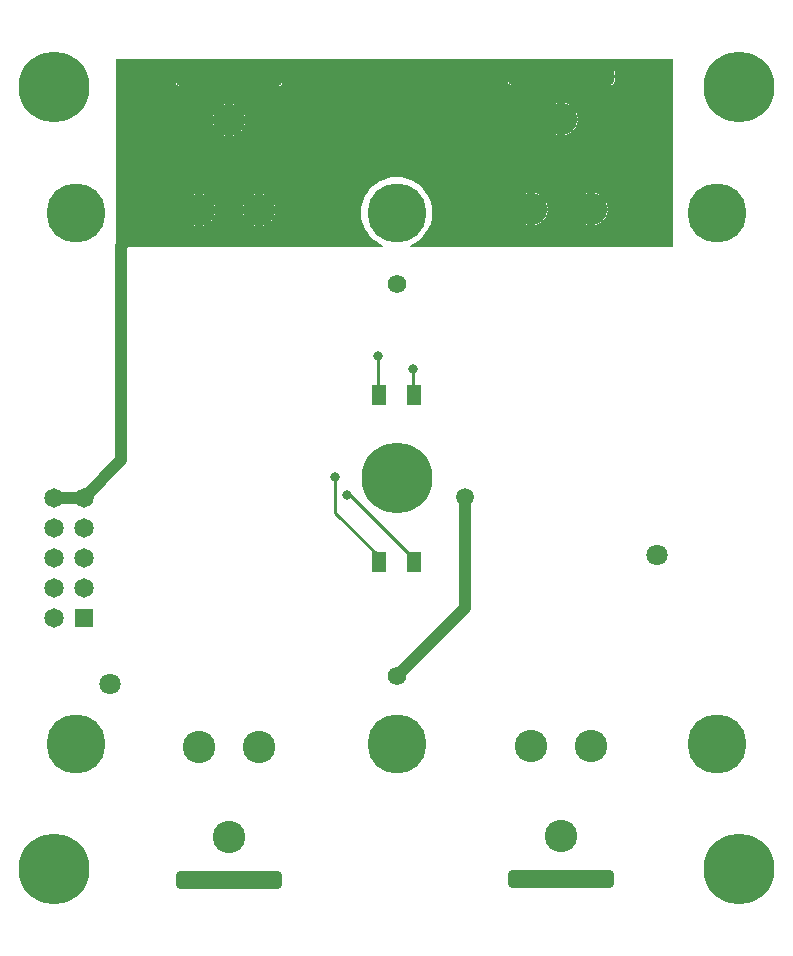
<source format=gbl>
G04*
G04 #@! TF.GenerationSoftware,Altium Limited,Altium Designer,18.1.7 (191)*
G04*
G04 Layer_Physical_Order=2*
G04 Layer_Color=16711680*
%FSLAX25Y25*%
%MOIN*%
G70*
G01*
G75*
%ADD10C,0.01000*%
%ADD27C,0.04000*%
%ADD28C,0.10827*%
G04:AMPARAMS|DCode=29|XSize=354.33mil|YSize=60mil|CornerRadius=15mil|HoleSize=0mil|Usage=FLASHONLY|Rotation=180.000|XOffset=0mil|YOffset=0mil|HoleType=Round|Shape=RoundedRectangle|*
%AMROUNDEDRECTD29*
21,1,0.35433,0.03000,0,0,180.0*
21,1,0.32433,0.06000,0,0,180.0*
1,1,0.03000,-0.16217,0.01500*
1,1,0.03000,0.16217,0.01500*
1,1,0.03000,0.16217,-0.01500*
1,1,0.03000,-0.16217,-0.01500*
%
%ADD29ROUNDEDRECTD29*%
%ADD30C,0.07087*%
%ADD31C,0.06496*%
%ADD32R,0.06496X0.06496*%
%ADD33C,0.06201*%
%ADD34C,0.19685*%
%ADD35C,0.23622*%
%ADD36C,0.05906*%
%ADD37C,0.03150*%
%ADD38R,0.04528X0.07087*%
G36*
X217400Y281200D02*
X217400Y218705D01*
X217046Y218352D01*
X129886Y218399D01*
X129787Y218899D01*
X130793Y219316D01*
X132382Y220290D01*
X133800Y221500D01*
X135010Y222918D01*
X135984Y224507D01*
X136698Y226229D01*
X137133Y228042D01*
X137279Y229900D01*
X137133Y231758D01*
X136698Y233571D01*
X135984Y235293D01*
X135010Y236882D01*
X133800Y238300D01*
X132382Y239510D01*
X130793Y240484D01*
X129071Y241198D01*
X127258Y241633D01*
X125400Y241779D01*
X123542Y241633D01*
X121729Y241198D01*
X120007Y240484D01*
X118418Y239510D01*
X117000Y238300D01*
X115790Y236882D01*
X114816Y235293D01*
X114102Y233571D01*
X113667Y231758D01*
X113521Y229900D01*
X113667Y228042D01*
X114102Y226229D01*
X114816Y224507D01*
X115790Y222918D01*
X117000Y221500D01*
X118418Y220290D01*
X120007Y219316D01*
X121002Y218903D01*
X120903Y218404D01*
X31700Y218451D01*
X31700Y281200D01*
X217400Y281200D01*
D02*
G37*
%LPC*%
G36*
X196517Y278331D02*
X180800D01*
Y275802D01*
X198046D01*
Y276802D01*
X197930Y277387D01*
X197598Y277883D01*
X197102Y278215D01*
X196517Y278331D01*
D02*
G37*
G36*
X179800D02*
X164083D01*
X163498Y278215D01*
X163002Y277883D01*
X162671Y277387D01*
X162554Y276802D01*
Y275802D01*
X179800D01*
Y278331D01*
D02*
G37*
G36*
X85817Y277991D02*
X70100D01*
Y275461D01*
X87346D01*
Y276461D01*
X87230Y277047D01*
X86898Y277543D01*
X86402Y277874D01*
X85817Y277991D01*
D02*
G37*
G36*
X69100D02*
X53383D01*
X52798Y277874D01*
X52302Y277543D01*
X51970Y277047D01*
X51854Y276461D01*
Y275461D01*
X69100D01*
Y277991D01*
D02*
G37*
G36*
X198046Y274802D02*
X180800D01*
Y272272D01*
X196517D01*
X197102Y272389D01*
X197598Y272720D01*
X197930Y273216D01*
X198046Y273802D01*
Y274802D01*
D02*
G37*
G36*
X179800D02*
X162554D01*
Y273802D01*
X162671Y273216D01*
X163002Y272720D01*
X163498Y272389D01*
X164083Y272272D01*
X179800D01*
Y274802D01*
D02*
G37*
G36*
X87346Y274461D02*
X70100D01*
Y271932D01*
X85817D01*
X86402Y272048D01*
X86898Y272380D01*
X87230Y272876D01*
X87346Y273461D01*
Y274461D01*
D02*
G37*
G36*
X69100D02*
X51854D01*
Y273461D01*
X51970Y272876D01*
X52302Y272380D01*
X52798Y272048D01*
X53383Y271932D01*
X69100D01*
Y274461D01*
D02*
G37*
G36*
X180800Y266424D02*
Y261530D01*
X185694D01*
X185574Y262443D01*
X185029Y263760D01*
X184161Y264891D01*
X183030Y265758D01*
X181713Y266304D01*
X180800Y266424D01*
D02*
G37*
G36*
X179800Y266424D02*
X178887Y266304D01*
X177570Y265758D01*
X176439Y264891D01*
X175571Y263760D01*
X175026Y262443D01*
X174906Y261530D01*
X179800D01*
Y266424D01*
D02*
G37*
G36*
X70100Y266084D02*
Y261190D01*
X74994D01*
X74874Y262103D01*
X74329Y263420D01*
X73461Y264551D01*
X72330Y265418D01*
X71013Y265964D01*
X70100Y266084D01*
D02*
G37*
G36*
X69100Y266084D02*
X68187Y265964D01*
X66870Y265418D01*
X65739Y264551D01*
X64871Y263420D01*
X64326Y262103D01*
X64206Y261190D01*
X69100D01*
Y266084D01*
D02*
G37*
G36*
X185694Y260530D02*
X180800D01*
Y255636D01*
X181713Y255756D01*
X183030Y256301D01*
X184161Y257169D01*
X185029Y258300D01*
X185574Y259617D01*
X185694Y260530D01*
D02*
G37*
G36*
X179800D02*
X174906D01*
X175026Y259617D01*
X175571Y258300D01*
X176439Y257169D01*
X177570Y256301D01*
X178887Y255756D01*
X179800Y255636D01*
Y260530D01*
D02*
G37*
G36*
X74994Y260190D02*
X70100D01*
Y255295D01*
X71013Y255416D01*
X72330Y255961D01*
X73461Y256829D01*
X74329Y257960D01*
X74874Y259277D01*
X74994Y260190D01*
D02*
G37*
G36*
X69100D02*
X64206D01*
X64326Y259277D01*
X64871Y257960D01*
X65739Y256829D01*
X66870Y255961D01*
X68187Y255416D01*
X69100Y255295D01*
Y260190D01*
D02*
G37*
G36*
X190800Y236424D02*
Y231530D01*
X195694D01*
X195574Y232443D01*
X195029Y233760D01*
X194161Y234891D01*
X193030Y235758D01*
X191713Y236304D01*
X190800Y236424D01*
D02*
G37*
G36*
X170800D02*
Y231530D01*
X175694D01*
X175574Y232443D01*
X175029Y233760D01*
X174161Y234891D01*
X173030Y235758D01*
X171713Y236304D01*
X170800Y236424D01*
D02*
G37*
G36*
X189800Y236424D02*
X188887Y236304D01*
X187570Y235758D01*
X186439Y234891D01*
X185571Y233760D01*
X185026Y232443D01*
X184906Y231530D01*
X189800D01*
Y236424D01*
D02*
G37*
G36*
X169800D02*
X168887Y236304D01*
X167570Y235758D01*
X166439Y234891D01*
X165571Y233760D01*
X165026Y232443D01*
X164906Y231530D01*
X169800D01*
Y236424D01*
D02*
G37*
G36*
X80100Y236084D02*
Y231190D01*
X84994D01*
X84874Y232103D01*
X84329Y233420D01*
X83461Y234551D01*
X82330Y235418D01*
X81013Y235964D01*
X80100Y236084D01*
D02*
G37*
G36*
X60100D02*
Y231190D01*
X64994D01*
X64874Y232103D01*
X64329Y233420D01*
X63461Y234551D01*
X62330Y235418D01*
X61013Y235964D01*
X60100Y236084D01*
D02*
G37*
G36*
X79100Y236084D02*
X78187Y235964D01*
X76870Y235418D01*
X75739Y234551D01*
X74871Y233420D01*
X74326Y232103D01*
X74206Y231190D01*
X79100D01*
Y236084D01*
D02*
G37*
G36*
X59100D02*
X58187Y235964D01*
X56870Y235418D01*
X55739Y234551D01*
X54871Y233420D01*
X54326Y232103D01*
X54206Y231190D01*
X59100D01*
Y236084D01*
D02*
G37*
G36*
X195694Y230530D02*
X190800D01*
Y225636D01*
X191713Y225756D01*
X193030Y226301D01*
X194161Y227169D01*
X195029Y228300D01*
X195574Y229617D01*
X195694Y230530D01*
D02*
G37*
G36*
X175694D02*
X170800D01*
Y225636D01*
X171713Y225756D01*
X173030Y226301D01*
X174161Y227169D01*
X175029Y228300D01*
X175574Y229617D01*
X175694Y230530D01*
D02*
G37*
G36*
X189800D02*
X184906D01*
X185026Y229617D01*
X185571Y228300D01*
X186439Y227169D01*
X187570Y226301D01*
X188887Y225756D01*
X189800Y225636D01*
Y230530D01*
D02*
G37*
G36*
X169800D02*
X164906D01*
X165026Y229617D01*
X165571Y228300D01*
X166439Y227169D01*
X167570Y226301D01*
X168887Y225756D01*
X169800Y225636D01*
Y230530D01*
D02*
G37*
G36*
X64994Y230190D02*
X60100D01*
Y225295D01*
X61013Y225416D01*
X62330Y225961D01*
X63461Y226829D01*
X64329Y227960D01*
X64874Y229277D01*
X64994Y230190D01*
D02*
G37*
G36*
X84994D02*
X80100D01*
Y225295D01*
X81013Y225416D01*
X82330Y225961D01*
X83461Y226829D01*
X84329Y227960D01*
X84874Y229277D01*
X84994Y230190D01*
D02*
G37*
G36*
X79100D02*
X74206D01*
X74326Y229277D01*
X74871Y227960D01*
X75739Y226829D01*
X76870Y225961D01*
X78187Y225416D01*
X79100Y225295D01*
Y230190D01*
D02*
G37*
G36*
X59100D02*
X54206D01*
X54326Y229277D01*
X54871Y227960D01*
X55739Y226829D01*
X56870Y225961D01*
X58187Y225416D01*
X59100Y225295D01*
Y230190D01*
D02*
G37*
%LPD*%
D10*
X110000Y135600D02*
X131205Y114394D01*
X108900Y135600D02*
X110000D01*
X130700Y169606D02*
X131205Y169100D01*
X130700Y169606D02*
Y177861D01*
X131205Y113500D02*
Y114394D01*
X119395Y113500D02*
Y115305D01*
X104800Y129900D02*
X119395Y115305D01*
X104800Y129900D02*
Y141700D01*
X119100Y169395D02*
X119395Y169100D01*
X119100Y169395D02*
Y182200D01*
D27*
X125600Y75291D02*
X148300Y97991D01*
Y135200D01*
X33600Y218700D02*
X45590Y230690D01*
X33600Y147300D02*
Y218700D01*
X21200Y134900D02*
X33600Y147300D01*
X45590Y230690D02*
X59600D01*
X11200Y134900D02*
X21200D01*
D28*
X180300Y261030D02*
D03*
X190300Y231030D02*
D03*
X170300D02*
D03*
X190300Y52053D02*
D03*
X170300D02*
D03*
X180300Y22054D02*
D03*
X69600Y260690D02*
D03*
X79600Y230690D02*
D03*
X59600D02*
D03*
X79600Y51713D02*
D03*
X59600D02*
D03*
X69600Y21713D02*
D03*
D29*
X180300Y275302D02*
D03*
Y7782D02*
D03*
X69600Y274961D02*
D03*
Y7442D02*
D03*
D30*
X125900Y273300D02*
D03*
X212300Y115800D02*
D03*
X29800Y72900D02*
D03*
D31*
X11200Y134900D02*
D03*
X21200D02*
D03*
X11200Y124900D02*
D03*
X21200D02*
D03*
X11200Y114900D02*
D03*
X21200D02*
D03*
X11200Y104900D02*
D03*
X21200D02*
D03*
X11200Y94900D02*
D03*
D32*
X21200D02*
D03*
D33*
X125600Y206000D02*
D03*
Y75291D02*
D03*
D34*
X125400Y52735D02*
D03*
Y229900D02*
D03*
X18600D02*
D03*
X232200D02*
D03*
X18600Y52700D02*
D03*
X232200D02*
D03*
D35*
X125400Y141443D02*
D03*
X239500Y11200D02*
D03*
X11300D02*
D03*
Y271600D02*
D03*
X239500D02*
D03*
D36*
X148300Y135200D02*
D03*
D37*
X108900Y135600D02*
D03*
X130700Y177861D02*
D03*
X104800Y141700D02*
D03*
X119100Y182200D02*
D03*
D38*
X131205Y169100D02*
D03*
X119395D02*
D03*
X131205Y113500D02*
D03*
X119395D02*
D03*
M02*

</source>
